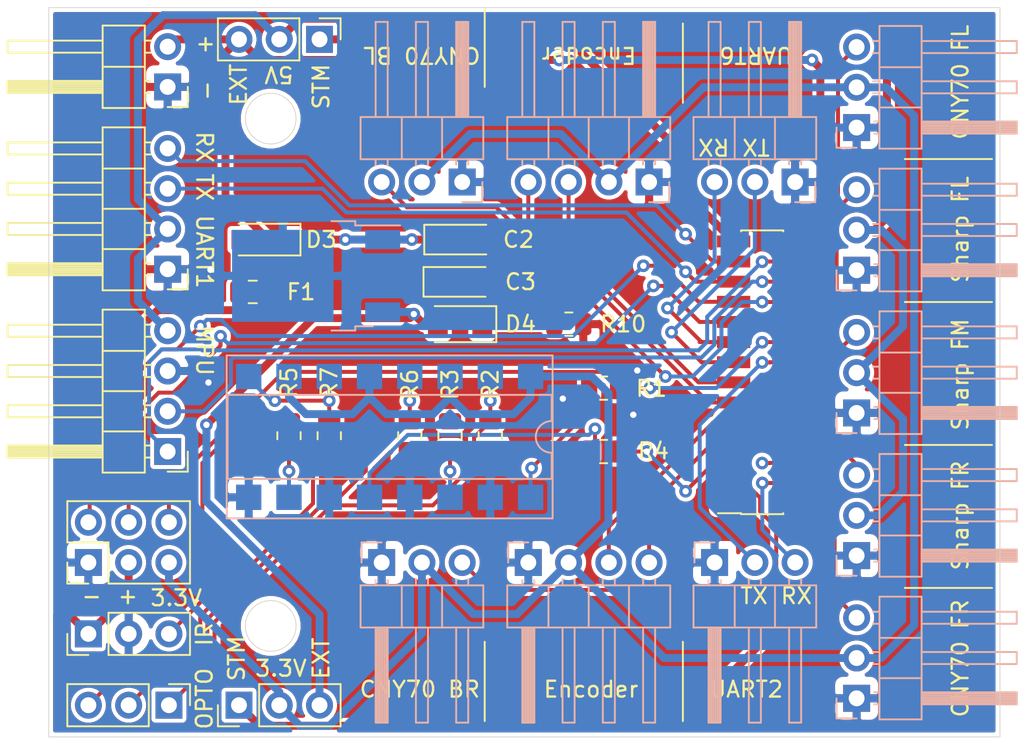
<source format=kicad_pcb>
(kicad_pcb (version 20171130) (host pcbnew "(5.1.8)-1")
  (layers (0 F.Cu signal) (31 B.Cu signal) (34 B.Paste user hide) (35 F.Paste user hide) (36 B.SilkS user hide) (37 F.SilkS user) (38 B.Mask user hide) (39 F.Mask user hide) (44 Edge.Cuts user))
  (net 0 "")
  (net 1 GND)
  (net 2 PA1)
  (net 3 PB0)
  (net 4 PC3)
  (net 5 PC2)
  (net 6 PC6)
  (net 7 PB1)
  (net 8 PB15)
  (net 9 PB14)
  (net 10 PB13)
  (net 11 PA3)
  (net 12 PA2)
  (net 13 PA10)
  (net 14 PB10)
  (net 15 PA9)
  (net 16 PC7)
  (net 17 PA7)
  (net 18 PA6)
  (net 19 +3V3)
  (net 20 PB9)
  (net 21 PB8)
  (net 22 "Net-(R1-Pad1)")
  (net 23 "Net-(R3-Pad1)")
  (net 24 "Net-(R4-Pad1)")
  (net 25 "Net-(R5-Pad1)")
  (net 26 PC13)
  (net 27 "Net-(J14-Pad3)")
  (net 28 "Net-(J16-Pad3)")
  (net 29 "Net-(J16-Pad2)")
  (net 30 "Net-(J16-Pad1)")
  (net 31 VPP)
  (net 32 "Net-(C2-Pad1)")
  (net 33 "Net-(D3-Pad2)")
  (net 34 "Net-(D4-Pad1)")
  (net 35 PC5)
  (net 36 PC4)
  (net 37 PB2)
  (net 38 3.3V_1A)
  (net 39 +5V)
  (net 40 3.3V_STM)
  (net 41 5V_STM)
  (net 42 PC9)
  (net 43 PC8)
  (module Connector_PinHeader_2.54mm:PinHeader_1x04_P2.54mm_Horizontal (layer F.Cu) (at 77.5 105 180)
    (fp_text reference J17 hide)
    (fp_text value "MPU6050 I2C")
    (pad 4 thru_hole oval (at 0 7.62 180) (size 1.7 1.7) (drill 1) (layers *.Cu *.Mask) (net 39 +5V))
    (pad 3 thru_hole oval (at 0 5.08 180) (size 1.7 1.7) (drill 1) (layers *.Cu *.Mask) (net 1 GND))
    (pad 2 thru_hole oval (at 0 2.54 180) (size 1.7 1.7) (drill 1) (layers *.Cu *.Mask) (net 21 PB8))
    (pad 1 thru_hole rect (at 0 0 180) (size 1.7 1.7) (drill 1) (layers *.Cu *.Mask) (net 20 PB9))
  )
  (module Connector_PinHeader_2.54mm:PinHeader_1x04_P2.54mm_Horizontal (layer F.Cu) (at 77.5 93.5 180)
    (fp_text reference J15 hide)
    (fp_text value Bluetooth)
    (pad 4 thru_hole oval (at 0 7.62 180) (size 1.7 1.7) (drill 1) (layers *.Cu *.Mask) (net 13 PA10))
    (pad 3 thru_hole oval (at 0 5.08 180) (size 1.7 1.7) (drill 1) (layers *.Cu *.Mask) (net 15 PA9))
    (pad 2 thru_hole oval (at 0 2.54 180) (size 1.7 1.7) (drill 1) (layers *.Cu *.Mask) (net 39 +5V))
    (pad 1 thru_hole rect (at 0 0 180) (size 1.7 1.7) (drill 1) (layers *.Cu *.Mask) (net 1 GND))
  )
  (module Connector_PinHeader_2.54mm:PinHeader_1x03_P2.54mm_Vertical (layer F.Cu) (at 72.5 116.5 90)
    (fp_text reference J14 hide)
    (fp_text value "IR Module")
    (pad 3 thru_hole oval (at 0 5.08 90) (size 1.7 1.7) (drill 1) (layers *.Cu *.Mask) (net 27 "Net-(J14-Pad3)"))
    (pad 2 thru_hole oval (at 0 2.54 90) (size 1.7 1.7) (drill 1) (layers *.Cu *.Mask) (net 1 GND))
    (pad 1 thru_hole rect (at 0 0 90) (size 1.7 1.7) (drill 1) (layers *.Cu *.Mask) (net 31 VPP))
  )
  (module Connector_PinSocket_1.27mm:PinSocket_2x14_P1.27mm_Vertical_SMD (layer F.Cu) (at 115 100 180)
    (fp_text reference J13 hide)
    (fp_text value Conn_02x14_Odd_Even)
    (pad 28 smd rect (at -1.8 8.255 180) (size 2.1 0.75) (layers F.Cu F.Paste F.Mask) (net 31 VPP))
    (pad 27 smd rect (at 1.8 8.255 180) (size 2.1 0.75) (layers F.Cu F.Paste F.Mask) (net 41 5V_STM))
    (pad 26 smd rect (at -1.8 6.985 180) (size 2.1 0.75) (layers F.Cu F.Paste F.Mask) (net 20 PB9))
    (pad 25 smd rect (at 1.8 6.985 180) (size 2.1 0.75) (layers F.Cu F.Paste F.Mask) (net 13 PA10))
    (pad 24 smd rect (at -1.8 5.715 180) (size 2.1 0.75) (layers F.Cu F.Paste F.Mask) (net 21 PB8))
    (pad 23 smd rect (at 1.8 5.715 180) (size 2.1 0.75) (layers F.Cu F.Paste F.Mask) (net 15 PA9))
    (pad 22 smd rect (at -1.8 4.445 180) (size 2.1 0.75) (layers F.Cu F.Paste F.Mask) (net 5 PC2))
    (pad 21 smd rect (at 1.8 4.445 180) (size 2.1 0.75) (layers F.Cu F.Paste F.Mask) (net 42 PC9))
    (pad 20 smd rect (at -1.8 3.175 180) (size 2.1 0.75) (layers F.Cu F.Paste F.Mask) (net 4 PC3))
    (pad 19 smd rect (at 1.8 3.175 180) (size 2.1 0.75) (layers F.Cu F.Paste F.Mask) (net 43 PC8))
    (pad 18 smd rect (at -1.8 1.905 180) (size 2.1 0.75) (layers F.Cu F.Paste F.Mask) (net 2 PA1))
    (pad 17 smd rect (at 1.8 1.905 180) (size 2.1 0.75) (layers F.Cu F.Paste F.Mask) (net 16 PC7))
    (pad 16 smd rect (at -1.8 0.635 180) (size 2.1 0.75) (layers F.Cu F.Paste F.Mask) (net 12 PA2))
    (pad 15 smd rect (at 1.8 0.635 180) (size 2.1 0.75) (layers F.Cu F.Paste F.Mask) (net 6 PC6))
    (pad 14 smd rect (at -1.8 -0.635 180) (size 2.1 0.75) (layers F.Cu F.Paste F.Mask) (net 3 PB0))
    (pad 13 smd rect (at 1.8 -0.635 180) (size 2.1 0.75) (layers F.Cu F.Paste F.Mask) (net 8 PB15))
    (pad 12 smd rect (at -1.8 -1.905 180) (size 2.1 0.75) (layers F.Cu F.Paste F.Mask) (net 35 PC5))
    (pad 11 smd rect (at 1.8 -1.905 180) (size 2.1 0.75) (layers F.Cu F.Paste F.Mask) (net 9 PB14))
    (pad 10 smd rect (at -1.8 -3.175 180) (size 2.1 0.75) (layers F.Cu F.Paste F.Mask) (net 36 PC4))
    (pad 9 smd rect (at 1.8 -3.175 180) (size 2.1 0.75) (layers F.Cu F.Paste F.Mask) (net 10 PB13))
    (pad 8 smd rect (at -1.8 -4.445 180) (size 2.1 0.75) (layers F.Cu F.Paste F.Mask) (net 17 PA7))
    (pad 7 smd rect (at 1.8 -4.445 180) (size 2.1 0.75) (layers F.Cu F.Paste F.Mask) (net 14 PB10))
    (pad 6 smd rect (at -1.8 -5.715 180) (size 2.1 0.75) (layers F.Cu F.Paste F.Mask) (net 18 PA6))
    (pad 5 smd rect (at 1.8 -5.715 180) (size 2.1 0.75) (layers F.Cu F.Paste F.Mask) (net 37 PB2))
    (pad 4 smd rect (at -1.8 -6.985 180) (size 2.1 0.75) (layers F.Cu F.Paste F.Mask) (net 11 PA3))
    (pad 3 smd rect (at 1.8 -6.985 180) (size 2.1 0.75) (layers F.Cu F.Paste F.Mask) (net 7 PB1))
    (pad 2 smd rect (at -1.8 -8.255 180) (size 2.1 0.75) (layers F.Cu F.Paste F.Mask) (net 40 3.3V_STM))
    (pad 1 smd rect (at 1.8 -8.255 180) (size 2.1 0.75) (layers F.Cu F.Paste F.Mask) (net 1 GND))
  )
  (module Package_DIP:DIP-16_W7.62mm_SMDSocket_SmallPads (layer B.Cu) (at 91.5035 104.0765 90)
    (fp_text reference U2 hide)
    (fp_text value LTV-847)
    (pad 16 smd rect (at 3.81 8.89 90) (size 1.6 1.6) (layers B.Cu B.Paste B.Mask) (net 19 +3V3))
    (pad 8 smd rect (at -3.81 -8.89 90) (size 1.6 1.6) (layers B.Cu B.Paste B.Mask) (net 1 GND))
    (pad 15 smd rect (at 3.81 6.35 90) (size 1.6 1.6) (layers B.Cu B.Paste B.Mask) (net 30 "Net-(J16-Pad1)"))
    (pad 7 smd rect (at -3.81 -6.35 90) (size 1.6 1.6) (layers B.Cu B.Paste B.Mask) (net 25 "Net-(R5-Pad1)"))
    (pad 14 smd rect (at 3.81 3.81 90) (size 1.6 1.6) (layers B.Cu B.Paste B.Mask) (net 19 +3V3))
    (pad 6 smd rect (at -3.81 -3.81 90) (size 1.6 1.6) (layers B.Cu B.Paste B.Mask) (net 1 GND))
    (pad 13 smd rect (at 3.81 1.27 90) (size 1.6 1.6) (layers B.Cu B.Paste B.Mask) (net 29 "Net-(J16-Pad2)"))
    (pad 5 smd rect (at -3.81 -1.27 90) (size 1.6 1.6) (layers B.Cu B.Paste B.Mask) (net 24 "Net-(R4-Pad1)"))
    (pad 12 smd rect (at 3.81 -1.27 90) (size 1.6 1.6) (layers B.Cu B.Paste B.Mask) (net 19 +3V3))
    (pad 4 smd rect (at -3.81 1.27 90) (size 1.6 1.6) (layers B.Cu B.Paste B.Mask) (net 1 GND))
    (pad 11 smd rect (at 3.81 -3.81 90) (size 1.6 1.6) (layers B.Cu B.Paste B.Mask) (net 28 "Net-(J16-Pad3)"))
    (pad 3 smd rect (at -3.81 3.81 90) (size 1.6 1.6) (layers B.Cu B.Paste B.Mask) (net 23 "Net-(R3-Pad1)"))
    (pad 10 smd rect (at 3.81 -6.35 90) (size 1.6 1.6) (layers B.Cu B.Paste B.Mask) (net 19 +3V3))
    (pad 2 smd rect (at -3.81 6.35 90) (size 1.6 1.6) (layers B.Cu B.Paste B.Mask) (net 1 GND))
    (pad 9 smd rect (at 3.81 -8.89 90) (size 1.6 1.6) (layers B.Cu B.Paste B.Mask) (net 28 "Net-(J16-Pad3)"))
    (pad 1 smd rect (at -3.81 8.89 90) (size 1.6 1.6) (layers B.Cu B.Paste B.Mask) (net 22 "Net-(R1-Pad1)"))
  )
  (module Package_TO_SOT_SMD:TO-252-2 (layer B.Cu) (at 86.8635 93.9165 180)
    (fp_text reference U1 hide)
    (fp_text value LF33_TO252)
    (pad 2 smd rect (at 2.1 0 180) (size 6.4 5.8) (layers B.Cu B.Mask) (net 1 GND))
    (pad 3 smd rect (at -4.2 -2.28 180) (size 2.2 1.2) (layers B.Cu B.Paste B.Mask) (net 38 3.3V_1A))
    (pad 1 smd rect (at -4.2 2.28 180) (size 2.2 1.2) (layers B.Cu B.Paste B.Mask) (net 32 "Net-(C2-Pad1)"))
  )
  (module Resistor_SMD:R_0805_2012Metric (layer F.Cu) (at 102.8065 96.9645 180)
    (fp_text reference R10 (at -3.429 0) (layer F.SilkS))
    (fp_text value RLed)
    (pad 2 smd roundrect (at 0.9125 0 180) (size 1.025 1.4) (layers F.Cu F.Paste F.Mask) (roundrect_rratio 0.2439004878048781) (net 34 "Net-(D4-Pad1)"))
    (pad 1 smd roundrect (at -0.9125 0 180) (size 1.025 1.4) (layers F.Cu F.Paste F.Mask) (roundrect_rratio 0.2439004878048781) (net 1 GND))
  )
  (module Resistor_SMD:R_0805_2012Metric (layer F.Cu) (at 87.6935 104 270)
    (fp_text reference R7 (at -3.3525 0 90) (layer F.SilkS))
    (fp_text value 10K)
    (pad 2 smd roundrect (at 0.9125 0 270) (size 1.025 1.4) (layers F.Cu F.Paste F.Mask) (roundrect_rratio 0.2439004878048781) (net 1 GND))
    (pad 1 smd roundrect (at -0.9125 0 270) (size 1.025 1.4) (layers F.Cu F.Paste F.Mask) (roundrect_rratio 0.2439004878048781) (net 28 "Net-(J16-Pad3)"))
  )
  (module Resistor_SMD:R_0805_2012Metric (layer F.Cu) (at 92.7735 104 270)
    (fp_text reference R6 (at -3.2255 0 90) (layer F.SilkS))
    (fp_text value 10K)
    (pad 2 smd roundrect (at 0.9125 0 270) (size 1.025 1.4) (layers F.Cu F.Paste F.Mask) (roundrect_rratio 0.2439004878048781) (net 1 GND))
    (pad 1 smd roundrect (at -0.9125 0 270) (size 1.025 1.4) (layers F.Cu F.Paste F.Mask) (roundrect_rratio 0.2439004878048781) (net 29 "Net-(J16-Pad2)"))
  )
  (module Resistor_SMD:R_0805_2012Metric (layer F.Cu) (at 85.1535 104 90)
    (fp_text reference R5 (at 3.3525 0 90) (layer F.SilkS))
    (fp_text value 330R)
    (pad 2 smd roundrect (at 0.9125 0 90) (size 1.025 1.4) (layers F.Cu F.Paste F.Mask) (roundrect_rratio 0.2439004878048781) (net 27 "Net-(J14-Pad3)"))
    (pad 1 smd roundrect (at -0.9125 0 90) (size 1.025 1.4) (layers F.Cu F.Paste F.Mask) (roundrect_rratio 0.2439004878048781) (net 25 "Net-(R5-Pad1)"))
  )
  (module Resistor_SMD:R_0805_2012Metric (layer F.Cu) (at 105 105)
    (fp_text reference R4 (at 3.1405 -0.0345) (layer F.SilkS))
    (fp_text value 330R)
    (pad 2 smd roundrect (at 0.9125 0) (size 1.025 1.4) (layers F.Cu F.Paste F.Mask) (roundrect_rratio 0.2439004878048781) (net 37 PB2))
    (pad 1 smd roundrect (at -0.9125 0) (size 1.025 1.4) (layers F.Cu F.Paste F.Mask) (roundrect_rratio 0.2439004878048781) (net 24 "Net-(R4-Pad1)"))
  )
  (module Resistor_SMD:R_0805_2012Metric (layer F.Cu) (at 95.3135 104 90)
    (fp_text reference R3 (at 3.2255 0 90) (layer F.SilkS))
    (fp_text value 330R)
    (pad 2 smd roundrect (at 0.9125 0 90) (size 1.025 1.4) (layers F.Cu F.Paste F.Mask) (roundrect_rratio 0.2439004878048781) (net 26 PC13))
    (pad 1 smd roundrect (at -0.9125 0 90) (size 1.025 1.4) (layers F.Cu F.Paste F.Mask) (roundrect_rratio 0.2439004878048781) (net 23 "Net-(R3-Pad1)"))
  )
  (module Resistor_SMD:R_0805_2012Metric (layer F.Cu) (at 97.8535 104 270)
    (fp_text reference R2 (at -3.2255 0 90) (layer F.SilkS))
    (fp_text value 10K)
    (pad 2 smd roundrect (at 0.9125 0 270) (size 1.025 1.4) (layers F.Cu F.Paste F.Mask) (roundrect_rratio 0.2439004878048781) (net 1 GND))
    (pad 1 smd roundrect (at -0.9125 0 270) (size 1.025 1.4) (layers F.Cu F.Paste F.Mask) (roundrect_rratio 0.2439004878048781) (net 30 "Net-(J16-Pad1)"))
  )
  (module Resistor_SMD:R_0805_2012Metric (layer F.Cu) (at 105 101)
    (fp_text reference R1 (at 3.0135 0.0285) (layer F.SilkS))
    (fp_text value 330R)
    (pad 2 smd roundrect (at 0.9125 0) (size 1.025 1.4) (layers F.Cu F.Paste F.Mask) (roundrect_rratio 0.2439004878048781) (net 2 PA1))
    (pad 1 smd roundrect (at -0.9125 0) (size 1.025 1.4) (layers F.Cu F.Paste F.Mask) (roundrect_rratio 0.2439004878048781) (net 22 "Net-(R1-Pad1)"))
  )
  (module Connector_PinHeader_2.54mm:PinHeader_1x02_P2.54mm_Horizontal (layer F.Cu) (at 77.5 82 180)
    (fp_text reference J20 hide)
    (fp_text value Conn_01x02)
    (pad 2 thru_hole oval (at 0 2.54 180) (size 1.7 1.7) (drill 1) (layers *.Cu *.Mask) (net 31 VPP))
    (pad 1 thru_hole rect (at 0 0 180) (size 1.7 1.7) (drill 1) (layers *.Cu *.Mask) (net 1 GND))
  )
  (module Connector_PinHeader_2.54mm:PinHeader_1x03_P2.54mm_Vertical (layer F.Cu) (at 87.08 79 270)
    (fp_text reference J19 hide)
    (fp_text value Conn_01x03)
    (pad 3 thru_hole oval (at 0 5.08 270) (size 1.7 1.7) (drill 1) (layers *.Cu *.Mask) (net 31 VPP))
    (pad 2 thru_hole oval (at 0 2.54 270) (size 1.7 1.7) (drill 1) (layers *.Cu *.Mask) (net 39 +5V))
    (pad 1 thru_hole rect (at 0 0 270) (size 1.7 1.7) (drill 1) (layers *.Cu *.Mask) (net 41 5V_STM))
  )
  (module Connector_PinHeader_2.54mm:PinHeader_1x03_P2.54mm_Vertical (layer F.Cu) (at 82 121 90)
    (fp_text reference J18 hide)
    (fp_text value Conn_01x03)
    (pad 3 thru_hole oval (at 0 5.08 90) (size 1.7 1.7) (drill 1) (layers *.Cu *.Mask) (net 38 3.3V_1A))
    (pad 2 thru_hole oval (at 0 2.54 90) (size 1.7 1.7) (drill 1) (layers *.Cu *.Mask) (net 19 +3V3))
    (pad 1 thru_hole rect (at 0 0 90) (size 1.7 1.7) (drill 1) (layers *.Cu *.Mask) (net 40 3.3V_STM))
  )
  (module Connector_PinHeader_2.54mm:PinHeader_1x03_P2.54mm_Vertical (layer F.Cu) (at 77.58 121 270)
    (fp_text reference J16 hide)
    (fp_text value "Optocoupler Out")
    (pad 3 thru_hole oval (at 0 5.08 270) (size 1.7 1.7) (drill 1) (layers *.Cu *.Mask) (net 28 "Net-(J16-Pad3)"))
    (pad 2 thru_hole oval (at 0 2.54 270) (size 1.7 1.7) (drill 1) (layers *.Cu *.Mask) (net 29 "Net-(J16-Pad2)"))
    (pad 1 thru_hole rect (at 0 0 270) (size 1.7 1.7) (drill 1) (layers *.Cu *.Mask) (net 30 "Net-(J16-Pad1)"))
  )
  (module Connector_PinHeader_2.54mm:PinHeader_2x03_P2.54mm_Vertical (layer F.Cu) (at 72.5 112 90)
    (fp_text reference J12 hide)
    (fp_text value "Extra Pins")
    (pad 6 thru_hole oval (at 2.54 5.08 90) (size 1.7 1.7) (drill 1) (layers *.Cu *.Mask) (net 2 PA1))
    (pad 5 thru_hole oval (at 0 5.08 90) (size 1.7 1.7) (drill 1) (layers *.Cu *.Mask) (net 19 +3V3))
    (pad 4 thru_hole oval (at 2.54 2.54 90) (size 1.7 1.7) (drill 1) (layers *.Cu *.Mask) (net 43 PC8))
    (pad 3 thru_hole oval (at 0 2.54 90) (size 1.7 1.7) (drill 1) (layers *.Cu *.Mask) (net 31 VPP))
    (pad 2 thru_hole oval (at 2.54 0 90) (size 1.7 1.7) (drill 1) (layers *.Cu *.Mask) (net 42 PC9))
    (pad 1 thru_hole rect (at 0 0 90) (size 1.7 1.7) (drill 1) (layers *.Cu *.Mask) (net 1 GND))
  )
  (module Connector_PinHeader_2.54mm:PinHeader_1x04_P2.54mm_Horizontal (layer B.Cu) (at 107.87 88 90)
    (fp_text reference J11 hide)
    (fp_text value "Left Encoder")
    (pad 4 thru_hole oval (at 0 -7.62 90) (size 1.7 1.7) (drill 1) (layers *.Cu *.Mask) (net 9 PB14))
    (pad 3 thru_hole oval (at 0 -5.08 90) (size 1.7 1.7) (drill 1) (layers *.Cu *.Mask) (net 8 PB15))
    (pad 2 thru_hole oval (at 0 -2.54 90) (size 1.7 1.7) (drill 1) (layers *.Cu *.Mask) (net 19 +3V3))
    (pad 1 thru_hole rect (at 0 0 90) (size 1.7 1.7) (drill 1) (layers *.Cu *.Mask) (net 1 GND))
  )
  (module Connector_PinHeader_2.54mm:PinHeader_1x03_P2.54mm_Horizontal (layer B.Cu) (at 96.08 88 90)
    (fp_text reference J10 hide)
    (fp_text value "CNY70 BL")
    (pad 3 thru_hole oval (at 0 -5.08 90) (size 1.7 1.7) (drill 1) (layers *.Cu *.Mask) (net 5 PC2))
    (pad 2 thru_hole oval (at 0 -2.54 90) (size 1.7 1.7) (drill 1) (layers *.Cu *.Mask) (net 19 +3V3))
    (pad 1 thru_hole rect (at 0 0 90) (size 1.7 1.7) (drill 1) (layers *.Cu *.Mask) (net 1 GND))
  )
  (module Connector_PinHeader_2.54mm:PinHeader_1x03_P2.54mm_Horizontal (layer B.Cu) (at 91 112 270)
    (fp_text reference J9 hide)
    (fp_text value "CNY70 BR")
    (pad 3 thru_hole oval (at 0 -5.08 270) (size 1.7 1.7) (drill 1) (layers *.Cu *.Mask) (net 7 PB1))
    (pad 2 thru_hole oval (at 0 -2.54 270) (size 1.7 1.7) (drill 1) (layers *.Cu *.Mask) (net 19 +3V3))
    (pad 1 thru_hole rect (at 0 0 270) (size 1.7 1.7) (drill 1) (layers *.Cu *.Mask) (net 1 GND))
  )
  (module Connector_PinHeader_2.54mm:PinHeader_1x04_P2.54mm_Horizontal (layer B.Cu) (at 100.25 112 270)
    (fp_text reference J8 hide)
    (fp_text value "Right Encoder")
    (pad 4 thru_hole oval (at 0 -7.62 270) (size 1.7 1.7) (drill 1) (layers *.Cu *.Mask) (net 14 PB10))
    (pad 3 thru_hole oval (at 0 -5.08 270) (size 1.7 1.7) (drill 1) (layers *.Cu *.Mask) (net 10 PB13))
    (pad 2 thru_hole oval (at 0 -2.54 270) (size 1.7 1.7) (drill 1) (layers *.Cu *.Mask) (net 19 +3V3))
    (pad 1 thru_hole rect (at 0 0 270) (size 1.7 1.7) (drill 1) (layers *.Cu *.Mask) (net 1 GND))
  )
  (module Connector_PinHeader_2.54mm:PinHeader_1x03_P2.54mm_Horizontal (layer B.Cu) (at 117.08 88 90)
    (fp_text reference J7 hide)
    (fp_text value "Left Driver")
    (pad 3 thru_hole oval (at 0 -5.08 90) (size 1.7 1.7) (drill 1) (layers *.Cu *.Mask) (net 16 PC7))
    (pad 2 thru_hole oval (at 0 -2.54 90) (size 1.7 1.7) (drill 1) (layers *.Cu *.Mask) (net 6 PC6))
    (pad 1 thru_hole rect (at 0 0 90) (size 1.7 1.7) (drill 1) (layers *.Cu *.Mask) (net 1 GND))
  )
  (module Connector_PinHeader_2.54mm:PinHeader_1x03_P2.54mm_Horizontal (layer B.Cu) (at 112 112 270)
    (fp_text reference J6 hide)
    (fp_text value "Right Driver")
    (pad 3 thru_hole oval (at 0 -5.08 270) (size 1.7 1.7) (drill 1) (layers *.Cu *.Mask) (net 11 PA3))
    (pad 2 thru_hole oval (at 0 -2.54 270) (size 1.7 1.7) (drill 1) (layers *.Cu *.Mask) (net 12 PA2))
    (pad 1 thru_hole rect (at 0 0 270) (size 1.7 1.7) (drill 1) (layers *.Cu *.Mask) (net 1 GND))
  )
  (module Connector_PinHeader_2.54mm:PinHeader_1x03_P2.54mm_Horizontal (layer B.Cu) (at 120.96 111.565)
    (fp_text reference J5 hide)
    (fp_text value "Sharp FR")
    (pad 3 thru_hole oval (at 0 -5.08) (size 1.7 1.7) (drill 1) (layers *.Cu *.Mask) (net 36 PC4))
    (pad 2 thru_hole oval (at 0 -2.54) (size 1.7 1.7) (drill 1) (layers *.Cu *.Mask) (net 39 +5V))
    (pad 1 thru_hole rect (at 0 0) (size 1.7 1.7) (drill 1) (layers *.Cu *.Mask) (net 1 GND))
  )
  (module Connector_PinHeader_2.54mm:PinHeader_1x03_P2.54mm_Horizontal (layer B.Cu) (at 120.96 102.565)
    (fp_text reference J4 hide)
    (fp_text value "Sharp FM")
    (pad 3 thru_hole oval (at 0 -5.08) (size 1.7 1.7) (drill 1) (layers *.Cu *.Mask) (net 35 PC5))
    (pad 2 thru_hole oval (at 0 -2.54) (size 1.7 1.7) (drill 1) (layers *.Cu *.Mask) (net 39 +5V))
    (pad 1 thru_hole rect (at 0 0) (size 1.7 1.7) (drill 1) (layers *.Cu *.Mask) (net 1 GND))
  )
  (module Connector_PinHeader_2.54mm:PinHeader_1x03_P2.54mm_Horizontal (layer B.Cu) (at 120.96 93.565)
    (fp_text reference J3 hide)
    (fp_text value "Sharp FL")
    (pad 3 thru_hole oval (at 0 -5.08) (size 1.7 1.7) (drill 1) (layers *.Cu *.Mask) (net 3 PB0))
    (pad 2 thru_hole oval (at 0 -2.54) (size 1.7 1.7) (drill 1) (layers *.Cu *.Mask) (net 39 +5V))
    (pad 1 thru_hole rect (at 0 0) (size 1.7 1.7) (drill 1) (layers *.Cu *.Mask) (net 1 GND))
  )
  (module Connector_PinHeader_2.54mm:PinHeader_1x03_P2.54mm_Horizontal (layer B.Cu) (at 120.96 84.565)
    (fp_text reference J2 hide)
    (fp_text value "CNY70 FL")
    (pad 3 thru_hole oval (at 0 -5.08) (size 1.7 1.7) (drill 1) (layers *.Cu *.Mask) (net 4 PC3))
    (pad 2 thru_hole oval (at 0 -2.54) (size 1.7 1.7) (drill 1) (layers *.Cu *.Mask) (net 19 +3V3))
    (pad 1 thru_hole rect (at 0 0) (size 1.7 1.7) (drill 1) (layers *.Cu *.Mask) (net 1 GND))
  )
  (module Connector_PinHeader_2.54mm:PinHeader_1x03_P2.54mm_Horizontal (layer B.Cu) (at 120.96 120.565)
    (fp_text reference J1 hide)
    (fp_text value "CNY70 FR")
    (pad 3 thru_hole oval (at 0 -5.08) (size 1.7 1.7) (drill 1) (layers *.Cu *.Mask) (net 17 PA7))
    (pad 2 thru_hole oval (at 0 -2.54) (size 1.7 1.7) (drill 1) (layers *.Cu *.Mask) (net 19 +3V3))
    (pad 1 thru_hole rect (at 0 0) (size 1.7 1.7) (drill 1) (layers *.Cu *.Mask) (net 1 GND))
  )
  (module Fuse:Fuse_0805_2012Metric (layer F.Cu) (at 82.8675 94.9325 180)
    (fp_text reference F1 (at -3.048 0) (layer F.SilkS))
    (fp_text value Fuse)
    (pad 2 smd roundrect (at 0.9375 0 180) (size 0.975 1.4) (layers F.Cu F.Paste F.Mask) (net 33 "Net-(D3-Pad2)"))
    (pad 1 smd roundrect (at -0.9375 0 180) (size 0.975 1.4) (layers F.Cu F.Paste F.Mask) (net 31 VPP))
  )
  (module LED_SMD:LED_1206_3216Metric (layer F.Cu) (at 95.9455 96.9645 180)
    (fp_text reference D4 (at -3.813 0) (layer F.SilkS))
    (fp_text value Power_On)
    (pad 2 smd roundrect (at 1.4 0 180) (size 1.25 1.75) (layers F.Cu F.Paste F.Mask) (roundrect_rratio 0.2) (net 38 3.3V_1A))
    (pad 1 smd roundrect (at -1.4 0 180) (size 1.25 1.75) (layers F.Cu F.Paste F.Mask) (roundrect_rratio 0.2) (net 34 "Net-(D4-Pad1)"))
  )
  (module Diode_SMD:D_SOD-123 (layer F.Cu) (at 83.6285 91.6305 180)
    (fp_text reference D3 (at -3.557 0) (layer F.SilkS))
    (fp_text value Schottky)
    (pad 2 smd rect (at 1.65 0 180) (size 0.9 1.2) (layers F.Cu F.Paste F.Mask) (net 33 "Net-(D3-Pad2)"))
    (pad 1 smd rect (at -1.65 0 180) (size 0.9 1.2) (layers F.Cu F.Paste F.Mask) (net 32 "Net-(C2-Pad1)"))
  )
  (module Capacitor_Tantalum_SMD:CP_EIA-3216-18_Kemet-A (layer F.Cu) (at 95.9485 94.2975)
    (fp_text reference C3 (at 3.81 0) (layer F.SilkS))
    (fp_text value 10uf)
    (pad 2 smd roundrect (at 1.35 0) (size 1.4 1.35) (layers F.Cu F.Paste F.Mask) (roundrect_rratio 0.1851844444444445) (net 1 GND))
    (pad 1 smd roundrect (at -1.35 0) (size 1.4 1.35) (layers F.Cu F.Paste F.Mask) (roundrect_rratio 0.1851844444444445) (net 38 3.3V_1A))
  )
  (module Capacitor_Tantalum_SMD:CP_EIA-3216-18_Kemet-A (layer F.Cu) (at 95.9955 91.6305)
    (fp_text reference C2 (at 3.636 0) (layer F.SilkS))
    (fp_text value 10uf)
    (pad 2 smd roundrect (at 1.35 0) (size 1.4 1.35) (layers F.Cu F.Paste F.Mask) (roundrect_rratio 0.1851844444444445) (net 1 GND))
    (pad 1 smd roundrect (at -1.35 0) (size 1.4 1.35) (layers F.Cu F.Paste F.Mask) (roundrect_rratio 0.1851844444444445) (net 32 "Net-(C2-Pad1)"))
  )
  (gr_text - (at 72.7075 114.1095) (layer F.SilkS) (effects (font (size 1 1))))
  (gr_text + (at 74.9935 114.1095) (layer F.SilkS) (effects (font (size 1 1))))
  (gr_text 3.3V (at 78.0415 114.2365) (layer F.SilkS) (effects (font (size 1 1))))
  (gr_text TX (at 114.6175 85.7885 180) (layer F.SilkS) (effects (font (size 1 1))))
  (gr_text OPTO (at 79.8195 120.5865 90) (layer F.SilkS) (effects (font (size 1 1))))
  (gr_text IR (at 79.8195 116.5225 90) (layer F.SilkS) (effects (font (size 1 1))))
  (gr_text + (at 79.8195 79.3115 90) (layer F.SilkS) (effects (font (size 1 1))))
  (gr_text - (at 79.9465 82.2325 90) (layer F.SilkS) (effects (font (size 1 1))))
  (gr_text EXT (at 81.9785 81.8515 90) (layer F.SilkS) (effects (font (size 1 1))))
  (gr_text STM (at 87.1855 81.9785 90) (layer F.SilkS) (effects (font (size 1 1))))
  (gr_text 5V (at 84.5185 81.2165 180) (layer F.SilkS) (effects (font (size 1 1))))
  (gr_text EXT (at 87.1855 118.0465 90) (layer F.SilkS) (effects (font (size 1 1))))
  (gr_text STM (at 81.8515 118.0465 90) (layer F.SilkS) (effects (font (size 1 1))))
  (gr_text 3.3V (at 84.6455 118.6815) (layer F.SilkS) (effects (font (size 1 1))))
  (gr_text MPU (at 79.8195 98.6155 270) (layer F.SilkS) (effects (font (size 1 1))))
  (gr_text TX (at 79.8195 88.3285 270) (layer F.SilkS) (effects (font (size 1 1))))
  (gr_text RX (at 79.8195 85.7885 270) (layer F.SilkS) (effects (font (size 1 1))))
  (gr_text UART1 (at 79.8195 92.3925 270) (layer F.SilkS) (effects (font (size 1 1))))
  (gr_line (start 97.5 82) (end 97.5 77) (layer F.SilkS) (width 0.12))
  (gr_line (start 110 83) (end 110 78) (layer F.SilkS) (width 0.12))
  (gr_line (start 97.5 122) (end 97.5 117) (layer F.SilkS) (width 0.12))
  (gr_line (start 110 122) (end 110 117) (layer F.SilkS) (width 0.12))
  (gr_text "CNY70 BL" (at 93.5355 80 180) (layer F.SilkS) (effects (font (size 1 1))))
  (gr_text "CNY70 BR" (at 93.4085 120) (layer F.SilkS) (effects (font (size 1 1))))
  (gr_text Encoder (at 104.0765 80 180) (layer F.SilkS) (effects (font (size 1 1))))
  (gr_text Encoder (at 104.2035 120) (layer F.SilkS) (effects (font (size 1 1))))
  (gr_text RX (at 111.9505 85.7885 180) (layer F.SilkS) (effects (font (size 1 1))))
  (gr_text RX (at 117.1575 114.1095) (layer F.SilkS) (effects (font (size 1 1))))
  (gr_text TX (at 114.4905 114.1095) (layer F.SilkS) (effects (font (size 1 1))))
  (gr_text UART6 (at 114.6175 80 180) (layer F.SilkS) (effects (font (size 1 1))))
  (gr_text UART2 (at 114 120) (layer F.SilkS) (effects (font (size 1 1))))
  (gr_line (start 129.5 86.5505) (end 124 86.5505) (layer F.SilkS) (width 0.12))
  (gr_line (start 129.5 95.5675) (end 124 95.5675) (layer F.SilkS) (width 0.12))
  (gr_line (start 129.5 104.5845) (end 124 104.5845) (layer F.SilkS) (width 0.12))
  (gr_line (start 129.5 113.6015) (end 124 113.6015) (layer F.SilkS) (width 0.12))
  (gr_text "CNY70 FL" (at 127.5 81.7 90) (layer F.SilkS) (effects (font (size 1 1))))
  (gr_text "Sharp FL" (at 127.5 90.9955 90) (layer F.SilkS) (effects (font (size 1 1))))
  (gr_text "Sharp FM" (at 127.5 100.1395 90) (layer F.SilkS) (effects (font (size 1 1))))
  (gr_text "Sharp FR" (at 127.5 109.0295 90) (layer F.SilkS) (effects (font (size 1 1))))
  (gr_text "CNY70 FR" (at 127.5 118.0465 90) (layer F.SilkS) (effects (font (size 1 1))))
  (gr_circle (center 84 116) (end 85.6 116) (layer Edge.Cuts) (width 0.05))
  (gr_circle (center 84 84) (end 85.6 84) (layer Edge.Cuts) (width 0.05))
  (gr_line (start 130 77) (end 130 123) (layer Edge.Cuts) (width 0.05))
  (gr_line (start 70 77) (end 70 123) (layer Edge.Cuts) (width 0.05))
  (gr_line (start 70 77) (end 130 77) (layer Edge.Cuts) (width 0.05))
  (gr_line (start 70 123) (end 130 123) (layer Edge.Cuts) (width 0.05))
  (via (at 80.2005 93.5355) (size 0.8) (drill 0.4) (layers F.Cu B.Cu) (net 1))
  (via (at 80.0735 100.6475) (size 0.8) (drill 0.4) (layers F.Cu B.Cu) (net 1))
  (via (at 102.4255 101.6635) (size 0.8) (drill 0.4) (layers F.Cu B.Cu) (net 1))
  (via (at 107.1245 99.8855) (size 0.8) (drill 0.4) (layers F.Cu B.Cu) (net 1))
  (via (at 106.8705 102.6795) (size 0.8) (drill 0.4) (layers F.Cu B.Cu) (net 1))
  (segment (start 116.8 98.095) (end 115.265 98.095) (width 0.25) (layer F.Cu) (net 2))
  (segment (start 115.265 98.095) (end 115.138 98.095) (width 0.25) (layer F.Cu) (net 2))
  (via (at 114.9985 98.1075) (size 0.8) (drill 0.4) (layers F.Cu B.Cu) (net 2))
  (segment (start 112.114499 100.991501) (end 107.923499 100.991501) (width 0.25) (layer B.Cu) (net 2))
  (segment (start 114.9985 98.1075) (end 112.114499 100.991501) (width 0.25) (layer B.Cu) (net 2))
  (via (at 107.923499 100.991501) (size 0.8) (drill 0.4) (layers F.Cu B.Cu) (net 2))
  (segment (start 107.8865 101.0285) (end 107.923499 100.991501) (width 0.25) (layer F.Cu) (net 2))
  (segment (start 105.8545 101.0285) (end 107.8865 101.0285) (width 0.25) (layer F.Cu) (net 2))
  (segment (start 104.88749 99.97499) (end 105.9125 101) (width 0.25) (layer F.Cu) (net 2))
  (segment (start 84.8086 99.97499) (end 104.88749 99.97499) (width 0.25) (layer F.Cu) (net 2))
  (segment (start 77.58 107.20359) (end 84.8086 99.97499) (width 0.25) (layer F.Cu) (net 2))
  (segment (start 77.58 109.46) (end 77.58 107.20359) (width 0.25) (layer F.Cu) (net 2))
  (segment (start 119.6975 89.7475) (end 120.96 88.485) (width 0.25) (layer F.Cu) (net 3))
  (segment (start 119.6975 95.9485) (end 119.6975 89.7475) (width 0.25) (layer F.Cu) (net 3))
  (segment (start 119.12049 96.52551) (end 119.6975 95.9485) (width 0.25) (layer F.Cu) (net 3))
  (segment (start 119.12049 100.324512) (end 119.12049 96.52551) (width 0.25) (layer F.Cu) (net 3))
  (segment (start 118.810002 100.635) (end 119.12049 100.324512) (width 0.25) (layer F.Cu) (net 3))
  (segment (start 116.8 100.635) (end 118.810002 100.635) (width 0.25) (layer F.Cu) (net 3))
  (segment (start 119.784999 80.660001) (end 120.96 79.485) (width 0.25) (layer F.Cu) (net 4))
  (segment (start 119.784999 88.749001) (end 119.784999 80.660001) (width 0.25) (layer F.Cu) (net 4))
  (segment (start 119.24749 89.28651) (end 119.784999 88.749001) (width 0.25) (layer F.Cu) (net 4))
  (segment (start 119.24749 95.7621) (end 119.24749 89.28651) (width 0.25) (layer F.Cu) (net 4))
  (segment (start 118.18459 96.825) (end 119.24749 95.7621) (width 0.25) (layer F.Cu) (net 4))
  (segment (start 116.8 96.825) (end 118.18459 96.825) (width 0.25) (layer F.Cu) (net 4))
  (segment (start 116.662 95.555) (end 116.6495 95.5675) (width 0.25) (layer F.Cu) (net 5))
  (segment (start 116.8 95.555) (end 116.662 95.555) (width 0.25) (layer F.Cu) (net 5))
  (segment (start 116.6495 95.5675) (end 116.3955 95.5675) (width 0.25) (layer F.Cu) (net 5))
  (segment (start 116.3955 95.5675) (end 115.1255 95.5675) (width 0.25) (layer F.Cu) (net 5))
  (segment (start 115.1255 95.5675) (end 115.1255 95.5675) (width 0.25) (layer F.Cu) (net 5))
  (via (at 114.9985 95.5675) (size 0.8) (drill 0.4) (layers F.Cu B.Cu) (net 5))
  (segment (start 114.9985 95.5675) (end 113.73132 95.5675) (width 0.25) (layer B.Cu) (net 5))
  (segment (start 113.73132 95.5675) (end 112.43252 96.8663) (width 0.25) (layer B.Cu) (net 5))
  (segment (start 112.432519 98.447303) (end 110.613322 100.2665) (width 0.25) (layer B.Cu) (net 5))
  (segment (start 112.43252 96.8663) (end 112.432519 98.447303) (width 0.25) (layer B.Cu) (net 5))
  (segment (start 110.613322 100.2665) (end 109.4105 100.2665) (width 0.25) (layer B.Cu) (net 5))
  (segment (start 109.4105 100.2665) (end 108.9025 100.2665) (width 0.25) (layer B.Cu) (net 5))
  (segment (start 108.9025 100.2665) (end 108.9025 100.2665) (width 0.25) (layer B.Cu) (net 5))
  (via (at 108.9025 100.2665) (size 0.8) (drill 0.4) (layers F.Cu B.Cu) (net 5))
  (segment (start 92.5985 89.5985) (end 91 88) (width 0.25) (layer F.Cu) (net 5))
  (segment (start 98.2345 89.5985) (end 92.5985 89.5985) (width 0.25) (layer F.Cu) (net 5))
  (segment (start 108.9025 100.2665) (end 98.2345 89.5985) (width 0.25) (layer F.Cu) (net 5))
  (segment (start 113.2 99.365) (end 112.192 99.365) (width 0.25) (layer F.Cu) (net 6))
  (via (at 109.2835 97.4725) (size 0.8) (drill 0.4) (layers F.Cu B.Cu) (net 6))
  (segment (start 111.176 99.365) (end 113.2 99.365) (width 0.25) (layer F.Cu) (net 6))
  (segment (start 109.2835 97.4725) (end 111.176 99.365) (width 0.25) (layer F.Cu) (net 6))
  (segment (start 114.54 92.216) (end 114.54 88) (width 0.25) (layer B.Cu) (net 6))
  (segment (start 109.2835 97.4725) (end 114.54 92.216) (width 0.25) (layer B.Cu) (net 6))
  (segment (start 96.08 112) (end 97.8085 113.7285) (width 0.25) (layer F.Cu) (net 7))
  (segment (start 115.8875 109.7915) (end 114.8715 108.7755) (width 0.25) (layer F.Cu) (net 7))
  (segment (start 113.940002 106.985) (end 113.2 106.985) (width 0.25) (layer F.Cu) (net 7))
  (segment (start 114.8715 107.916498) (end 113.940002 106.985) (width 0.25) (layer F.Cu) (net 7))
  (segment (start 114.8715 108.7755) (end 114.8715 107.916498) (width 0.25) (layer F.Cu) (net 7))
  (segment (start 115.8875 112.8395) (end 114.9985 113.7285) (width 0.25) (layer F.Cu) (net 7))
  (segment (start 115.8875 109.7915) (end 115.8875 112.8395) (width 0.25) (layer F.Cu) (net 7))
  (segment (start 97.8085 113.7285) (end 114.9985 113.7285) (width 0.25) (layer F.Cu) (net 7))
  (segment (start 102.79 91.525) (end 102.79 88) (width 0.25) (layer F.Cu) (net 8))
  (segment (start 102.79 92.444588) (end 102.79 91.525) (width 0.25) (layer F.Cu) (net 8))
  (segment (start 110.980412 100.635) (end 102.79 92.444588) (width 0.25) (layer F.Cu) (net 8))
  (segment (start 113.2 100.635) (end 110.980412 100.635) (width 0.25) (layer F.Cu) (net 8))
  (segment (start 111.614002 101.905) (end 113.2 101.905) (width 0.25) (layer F.Cu) (net 9))
  (segment (start 100.25 90.540998) (end 111.614002 101.905) (width 0.25) (layer F.Cu) (net 9))
  (segment (start 100.25 88) (end 100.25 90.540998) (width 0.25) (layer F.Cu) (net 9))
  (segment (start 105.33 109.745) (end 105.33 112) (width 0.25) (layer F.Cu) (net 10))
  (segment (start 111.9 103.175) (end 105.33 109.745) (width 0.25) (layer F.Cu) (net 10))
  (segment (start 113.2 103.175) (end 111.9 103.175) (width 0.25) (layer F.Cu) (net 10))
  (segment (start 116.8 106.985) (end 115.011 106.985) (width 0.25) (layer F.Cu) (net 11))
  (segment (start 115.011 106.985) (end 115.011 106.985) (width 0.25) (layer F.Cu) (net 11))
  (via (at 115.011 106.985) (size 0.8) (drill 0.4) (layers F.Cu B.Cu) (net 11))
  (segment (start 115.011 109.931) (end 117.08 112) (width 0.25) (layer B.Cu) (net 11))
  (segment (start 115.011 106.985) (end 115.011 109.931) (width 0.25) (layer B.Cu) (net 11))
  (segment (start 115.5 99.365) (end 115.4875 99.3775) (width 0.25) (layer F.Cu) (net 12))
  (segment (start 116.8 99.365) (end 115.5 99.365) (width 0.25) (layer F.Cu) (net 12))
  (segment (start 115.4875 99.3775) (end 114.9985 99.3775) (width 0.25) (layer F.Cu) (net 12))
  (segment (start 114.9985 99.3775) (end 114.9985 99.3775) (width 0.25) (layer F.Cu) (net 12))
  (via (at 114.9985 99.3775) (size 0.8) (drill 0.4) (layers F.Cu B.Cu) (net 12))
  (segment (start 111.0615 108.5215) (end 114.54 112) (width 0.25) (layer B.Cu) (net 12))
  (segment (start 111.0615 103.3145) (end 114.9985 99.3775) (width 0.25) (layer B.Cu) (net 12))
  (segment (start 111.0615 108.5215) (end 111.0615 103.3145) (width 0.25) (layer B.Cu) (net 12))
  (segment (start 111.9 93.015) (end 110.1725 91.2875) (width 0.25) (layer F.Cu) (net 13))
  (segment (start 113.2 93.015) (end 111.9 93.015) (width 0.25) (layer F.Cu) (net 13))
  (segment (start 110.1725 91.2875) (end 110.1725 91.2875) (width 0.25) (layer F.Cu) (net 13))
  (via (at 110.1725 91.2875) (size 0.8) (drill 0.4) (layers F.Cu B.Cu) (net 13))
  (segment (start 110.1725 91.2875) (end 108.3565 89.4715) (width 0.25) (layer B.Cu) (net 13))
  (segment (start 108.3565 89.4715) (end 88.9635 89.4715) (width 0.25) (layer B.Cu) (net 13))
  (segment (start 88.9635 89.4715) (end 86.1695 86.6775) (width 0.25) (layer B.Cu) (net 13))
  (segment (start 78.2975 86.6775) (end 77.5 85.88) (width 0.25) (layer B.Cu) (net 13))
  (segment (start 86.1695 86.6775) (end 78.2975 86.6775) (width 0.25) (layer B.Cu) (net 13))
  (segment (start 107.87 108.475) (end 107.87 112) (width 0.25) (layer F.Cu) (net 14))
  (segment (start 111.9 104.445) (end 107.87 108.475) (width 0.25) (layer F.Cu) (net 14))
  (segment (start 113.2 104.445) (end 111.9 104.445) (width 0.25) (layer F.Cu) (net 14))
  (segment (start 113.2 94.285) (end 110.795 94.285) (width 0.25) (layer F.Cu) (net 15))
  (segment (start 110.795 94.285) (end 110.1725 93.6625) (width 0.25) (layer F.Cu) (net 15))
  (segment (start 110.1725 93.6625) (end 110.1725 93.6625) (width 0.25) (layer F.Cu) (net 15))
  (via (at 110.1725 93.6625) (size 0.8) (drill 0.4) (layers F.Cu B.Cu) (net 15))
  (segment (start 110.1725 93.6625) (end 106.43151 89.92151) (width 0.25) (layer B.Cu) (net 15))
  (segment (start 106.43151 89.92151) (end 88.777099 89.921509) (width 0.25) (layer B.Cu) (net 15))
  (segment (start 87.27559 88.42) (end 77.5 88.42) (width 0.25) (layer B.Cu) (net 15))
  (segment (start 88.777099 89.921509) (end 87.27559 88.42) (width 0.25) (layer B.Cu) (net 15))
  (segment (start 113.2 98.095) (end 112.525 98.095) (width 0.25) (layer F.Cu) (net 16))
  (via (at 109.0295 95.9485) (size 0.8) (drill 0.4) (layers F.Cu B.Cu) (net 16))
  (segment (start 113.2 98.095) (end 111.049 98.095) (width 0.25) (layer F.Cu) (net 16))
  (segment (start 111.176 98.095) (end 113.2 98.095) (width 0.25) (layer F.Cu) (net 16))
  (segment (start 109.0295 95.9485) (end 111.176 98.095) (width 0.25) (layer F.Cu) (net 16))
  (segment (start 112 92.978) (end 112 88) (width 0.25) (layer B.Cu) (net 16))
  (segment (start 109.0295 95.9485) (end 112 92.978) (width 0.25) (layer B.Cu) (net 16))
  (segment (start 119.5705 114.0955) (end 120.96 115.485) (width 0.25) (layer F.Cu) (net 17))
  (segment (start 119.5705 105.4735) (end 119.5705 114.0955) (width 0.25) (layer F.Cu) (net 17))
  (segment (start 118.542 104.445) (end 119.5705 105.4735) (width 0.25) (layer F.Cu) (net 17))
  (segment (start 116.8 104.445) (end 118.542 104.445) (width 0.25) (layer F.Cu) (net 17))
  (segment (start 115.5 105.715) (end 115.4875 105.7275) (width 0.25) (layer F.Cu) (net 18))
  (segment (start 116.8 105.715) (end 115.5 105.715) (width 0.25) (layer F.Cu) (net 18))
  (segment (start 115.4875 105.7275) (end 115.1255 105.7275) (width 0.25) (layer F.Cu) (net 18))
  (segment (start 115.1255 105.7275) (end 115.1255 105.7275) (width 0.25) (layer F.Cu) (net 18))
  (via (at 114.9985 105.7275) (size 0.8) (drill 0.4) (layers F.Cu B.Cu) (net 18))
  (segment (start 120.96 118.025) (end 122.513 118.025) (width 0.5) (layer B.Cu) (net 19))
  (segment (start 120.96 82.025) (end 122.792 82.025) (width 0.5) (layer B.Cu) (net 19))
  (segment (start 124.58851 83.82151) (end 124.58851 115.94949) (width 0.5) (layer B.Cu) (net 19))
  (segment (start 124.58851 115.94949) (end 124.079 116.459) (width 0.5) (layer B.Cu) (net 19))
  (segment (start 122.792 82.025) (end 124.58851 83.82151) (width 0.5) (layer B.Cu) (net 19))
  (segment (start 122.513 118.025) (end 124.079 116.459) (width 0.5) (layer B.Cu) (net 19))
  (segment (start 111.305 82.025) (end 105.33 88) (width 0.5) (layer B.Cu) (net 19))
  (segment (start 120.96 82.025) (end 111.305 82.025) (width 0.5) (layer B.Cu) (net 19))
  (segment (start 105.33 88) (end 102.2985 84.9685) (width 0.5) (layer B.Cu) (net 19))
  (segment (start 96.5715 84.9685) (end 93.54 88) (width 0.5) (layer B.Cu) (net 19))
  (segment (start 102.2985 84.9685) (end 96.5715 84.9685) (width 0.5) (layer B.Cu) (net 19))
  (segment (start 108.815 118.025) (end 120.96 118.025) (width 0.5) (layer B.Cu) (net 19))
  (segment (start 102.79 112) (end 108.815 118.025) (width 0.5) (layer B.Cu) (net 19))
  (segment (start 102.79 112) (end 99.5375 115.2525) (width 0.5) (layer B.Cu) (net 19))
  (segment (start 96.7925 115.2525) (end 93.54 112) (width 0.5) (layer B.Cu) (net 19))
  (segment (start 99.5375 115.2525) (end 96.7925 115.2525) (width 0.5) (layer B.Cu) (net 19))
  (segment (start 86.227501 102.640501) (end 89.159499 102.640501) (width 0.5) (layer B.Cu) (net 19))
  (segment (start 89.159499 102.640501) (end 90.2335 101.5665) (width 0.5) (layer B.Cu) (net 19))
  (segment (start 85.1535 101.5665) (end 86.227501 102.640501) (width 0.5) (layer B.Cu) (net 19))
  (segment (start 85.1535 100.2665) (end 85.1535 101.5665) (width 0.5) (layer B.Cu) (net 19))
  (segment (start 94.239499 102.640501) (end 95.3135 101.5665) (width 0.5) (layer B.Cu) (net 19))
  (segment (start 91.307501 102.640501) (end 94.239499 102.640501) (width 0.5) (layer B.Cu) (net 19))
  (segment (start 90.2335 101.5665) (end 91.307501 102.640501) (width 0.5) (layer B.Cu) (net 19))
  (segment (start 90.2335 100.2665) (end 90.2335 101.5665) (width 0.5) (layer B.Cu) (net 19))
  (segment (start 100.3935 101.5665) (end 100.3935 100.2665) (width 0.5) (layer B.Cu) (net 19))
  (segment (start 96.387501 102.640501) (end 99.319499 102.640501) (width 0.5) (layer B.Cu) (net 19))
  (segment (start 95.3135 101.5665) (end 96.387501 102.640501) (width 0.5) (layer B.Cu) (net 19))
  (segment (start 99.319499 102.640501) (end 100.3935 101.5665) (width 0.5) (layer B.Cu) (net 19))
  (segment (start 95.3135 100.2665) (end 95.3135 101.5665) (width 0.5) (layer B.Cu) (net 19))
  (segment (start 105.307501 109.482499) (end 102.79 112) (width 0.5) (layer B.Cu) (net 19))
  (segment (start 105.307501 101.324499) (end 105.307501 109.482499) (width 0.5) (layer B.Cu) (net 19))
  (segment (start 104.249502 100.2665) (end 105.307501 101.324499) (width 0.5) (layer B.Cu) (net 19))
  (segment (start 100.3935 100.2665) (end 104.249502 100.2665) (width 0.5) (layer B.Cu) (net 19))
  (segment (start 93.54 116.464002) (end 93.54 112) (width 0.5) (layer B.Cu) (net 19))
  (segment (start 85.840001 122.300001) (end 87.704001 122.300001) (width 0.5) (layer B.Cu) (net 19))
  (segment (start 87.704001 122.300001) (end 93.54 116.464002) (width 0.5) (layer B.Cu) (net 19))
  (segment (start 84.54 121) (end 85.840001 122.300001) (width 0.5) (layer B.Cu) (net 19))
  (segment (start 84.54 120.162081) (end 84.54 121) (width 0.5) (layer B.Cu) (net 19))
  (segment (start 77.58 113.202081) (end 84.54 120.162081) (width 0.5) (layer B.Cu) (net 19))
  (segment (start 77.58 112) (end 77.58 113.202081) (width 0.5) (layer B.Cu) (net 19))
  (segment (start 116.8 93.015) (end 115.138 93.015) (width 0.25) (layer F.Cu) (net 20))
  (segment (start 115.138 93.015) (end 115.138 93.015) (width 0.25) (layer F.Cu) (net 20))
  (via (at 114.9985 93.0275) (size 0.8) (drill 0.4) (layers F.Cu B.Cu) (net 20))
  (segment (start 111.532501 98.074501) (end 110.991502 98.6155) (width 0.25) (layer B.Cu) (net 20))
  (segment (start 111.532501 96.493499) (end 111.532501 98.074501) (width 0.25) (layer B.Cu) (net 20))
  (segment (start 114.9985 93.0275) (end 111.532501 96.493499) (width 0.25) (layer B.Cu) (net 20))
  (segment (start 110.991502 98.6155) (end 79.6925 98.6155) (width 0.25) (layer B.Cu) (net 20))
  (segment (start 76.324999 103.824999) (end 77.5 105) (width 0.25) (layer B.Cu) (net 20))
  (segment (start 76.324999 99.355999) (end 76.324999 103.824999) (width 0.25) (layer B.Cu) (net 20))
  (segment (start 77.125997 98.555001) (end 76.324999 99.355999) (width 0.25) (layer B.Cu) (net 20))
  (segment (start 79.632001 98.555001) (end 77.125997 98.555001) (width 0.25) (layer B.Cu) (net 20))
  (segment (start 79.6925 98.6155) (end 79.632001 98.555001) (width 0.25) (layer B.Cu) (net 20))
  (segment (start 116.8 94.285) (end 115.138 94.285) (width 0.25) (layer F.Cu) (net 21))
  (segment (start 115.138 94.285) (end 115.138 94.285) (width 0.25) (layer F.Cu) (net 21))
  (via (at 114.9985 94.285) (size 0.8) (drill 0.4) (layers F.Cu B.Cu) (net 21))
  (segment (start 78.234998 102.46) (end 77.5 102.46) (width 0.25) (layer B.Cu) (net 21))
  (segment (start 111.982511 96.679899) (end 114.37741 94.285) (width 0.25) (layer B.Cu) (net 21))
  (segment (start 111.98251 98.260902) (end 111.982511 96.679899) (width 0.25) (layer B.Cu) (net 21))
  (segment (start 111.177902 99.06551) (end 111.98251 98.260902) (width 0.25) (layer B.Cu) (net 21))
  (segment (start 114.37741 94.285) (end 114.9985 94.285) (width 0.25) (layer B.Cu) (net 21))
  (segment (start 81.629488 99.06551) (end 111.177902 99.06551) (width 0.25) (layer B.Cu) (net 21))
  (segment (start 81.488499 99.206499) (end 81.629488 99.06551) (width 0.25) (layer B.Cu) (net 21))
  (segment (start 81.488499 100.756501) (end 81.488499 99.206499) (width 0.25) (layer B.Cu) (net 21))
  (segment (start 79.785 102.46) (end 81.488499 100.756501) (width 0.25) (layer B.Cu) (net 21))
  (segment (start 77.5 102.46) (end 79.785 102.46) (width 0.25) (layer B.Cu) (net 21))
  (segment (start 104.0295 101.0285) (end 104.0295 102.0915) (width 0.25) (layer F.Cu) (net 22))
  (segment (start 104.0295 102.0915) (end 104.0295 102.4725) (width 0.25) (layer F.Cu) (net 22))
  (segment (start 104.0295 102.4725) (end 100.457 106.045) (width 0.25) (layer F.Cu) (net 22))
  (segment (start 100.457 106.045) (end 100.3935 106.1085) (width 0.25) (layer F.Cu) (net 22))
  (via (at 100.457 106.045) (size 0.8) (drill 0.4) (layers F.Cu B.Cu) (net 22))
  (segment (start 100.3935 106.1085) (end 100.457 106.045) (width 0.25) (layer B.Cu) (net 22))
  (segment (start 100.3935 107.8865) (end 100.3935 106.1085) (width 0.25) (layer B.Cu) (net 22))
  (segment (start 95.3135 104.9125) (end 95.3135 106.3625) (width 0.25) (layer F.Cu) (net 23))
  (segment (start 95.3135 106.3625) (end 95.3135 106.3625) (width 0.25) (layer F.Cu) (net 23))
  (via (at 95.3135 106.2355) (size 0.8) (drill 0.4) (layers F.Cu B.Cu) (net 23))
  (segment (start 95.3135 107.8865) (end 95.3135 106.3625) (width 0.25) (layer B.Cu) (net 23))
  (segment (start 90.2335 107.8865) (end 90.2335 106.3625) (width 0.25) (layer B.Cu) (net 24))
  (segment (start 90.2335 106.3625) (end 92.6465 103.9495) (width 0.25) (layer B.Cu) (net 24))
  (segment (start 92.6465 103.9495) (end 103.9495 103.9495) (width 0.25) (layer B.Cu) (net 24))
  (segment (start 103.9495 103.9495) (end 104.0765 103.9495) (width 0.25) (layer B.Cu) (net 24))
  (segment (start 104.0765 103.9495) (end 104.4575 103.5685) (width 0.25) (layer B.Cu) (net 24))
  (segment (start 104.4575 103.5685) (end 104.4575 103.5685) (width 0.25) (layer B.Cu) (net 24))
  (via (at 104.4575 103.5685) (size 0.8) (drill 0.4) (layers F.Cu B.Cu) (net 24))
  (segment (start 104.4575 104.63) (end 104.0875 105) (width 0.25) (layer F.Cu) (net 24))
  (segment (start 104.4575 103.5685) (end 104.4575 104.63) (width 0.25) (layer F.Cu) (net 24))
  (segment (start 85.1535 104.9655) (end 85.1535 106.2355) (width 0.25) (layer F.Cu) (net 25))
  (segment (start 85.1535 106.2355) (end 85.1535 106.2355) (width 0.25) (layer F.Cu) (net 25))
  (via (at 85.1535 106.2355) (size 0.8) (drill 0.4) (layers F.Cu B.Cu) (net 25))
  (segment (start 85.1535 107.8865) (end 85.1535 106.2355) (width 0.25) (layer B.Cu) (net 25))
  (segment (start 85.1535 103.0875) (end 82.3325 103.0875) (width 0.25) (layer F.Cu) (net 27))
  (segment (start 82.3325 103.0875) (end 79.6925 105.7275) (width 0.25) (layer F.Cu) (net 27))
  (segment (start 79.6925 114.3875) (end 77.58 116.5) (width 0.25) (layer F.Cu) (net 27))
  (segment (start 79.6925 105.7275) (end 79.6925 114.3875) (width 0.25) (layer F.Cu) (net 27))
  (segment (start 87.6935 103.0875) (end 87.6935 101.7905) (width 0.25) (layer F.Cu) (net 28))
  (segment (start 87.6935 101.7905) (end 87.6935 101.7905) (width 0.25) (layer F.Cu) (net 28))
  (via (at 87.6935 101.7905) (size 0.8) (drill 0.4) (layers F.Cu B.Cu) (net 28))
  (segment (start 87.6935 100.2665) (end 87.6935 101.7905) (width 0.25) (layer B.Cu) (net 28))
  (segment (start 82.6135 100.2665) (end 82.6135 100.3935) (width 0.25) (layer B.Cu) (net 28))
  (segment (start 82.6135 100.3935) (end 84.0105 101.7905) (width 0.25) (layer B.Cu) (net 28))
  (segment (start 84.0105 101.7905) (end 84.2645 101.7905) (width 0.25) (layer B.Cu) (net 28))
  (segment (start 84.2645 101.7905) (end 84.2645 101.7905) (width 0.25) (layer B.Cu) (net 28))
  (via (at 84.2645 101.7905) (size 0.8) (drill 0.4) (layers F.Cu B.Cu) (net 28))
  (segment (start 84.2645 101.7905) (end 87.6935 101.7905) (width 0.25) (layer F.Cu) (net 28))
  (segment (start 78.846394 118.460786) (end 75.039214 118.460786) (width 0.25) (layer F.Cu) (net 28))
  (segment (start 79.55448 117.7527) (end 78.846394 118.460786) (width 0.25) (layer F.Cu) (net 28))
  (segment (start 79.55448 115.3877) (end 79.55448 117.7527) (width 0.25) (layer F.Cu) (net 28))
  (segment (start 86.66849 108.27369) (end 79.55448 115.3877) (width 0.25) (layer F.Cu) (net 28))
  (segment (start 86.66849 104.11251) (end 86.66849 108.27369) (width 0.25) (layer F.Cu) (net 28))
  (segment (start 75.039214 118.460786) (end 72.5 121) (width 0.25) (layer F.Cu) (net 28))
  (segment (start 87.6935 103.0875) (end 86.66849 104.11251) (width 0.25) (layer F.Cu) (net 28))
  (segment (start 92.7735 103.0875) (end 92.7735 101.7905) (width 0.25) (layer F.Cu) (net 29))
  (segment (start 92.7735 101.7905) (end 92.7735 101.7905) (width 0.25) (layer F.Cu) (net 29))
  (via (at 92.7735 101.7905) (size 0.8) (drill 0.4) (layers F.Cu B.Cu) (net 29))
  (segment (start 92.7735 100.2665) (end 92.7735 101.7905) (width 0.25) (layer B.Cu) (net 29))
  (segment (start 89.999099 105.861901) (end 92.7735 103.0875) (width 0.25) (layer F.Cu) (net 29))
  (segment (start 77.129205 118.910795) (end 79.032795 118.910795) (width 0.25) (layer F.Cu) (net 29))
  (segment (start 75.04 121) (end 77.129205 118.910795) (width 0.25) (layer F.Cu) (net 29))
  (segment (start 87.634099 107.944491) (end 80.00449 115.5741) (width 0.25) (layer F.Cu) (net 29))
  (segment (start 88.27051 107.94449) (end 87.634099 107.944491) (width 0.25) (layer F.Cu) (net 29))
  (segment (start 89.999099 106.215901) (end 88.27051 107.94449) (width 0.25) (layer F.Cu) (net 29))
  (segment (start 89.999099 105.861901) (end 89.999099 106.215901) (width 0.25) (layer F.Cu) (net 29))
  (segment (start 80.00449 117.9391) (end 79.032795 118.910795) (width 0.25) (layer F.Cu) (net 29))
  (segment (start 80.00449 115.5741) (end 80.00449 117.9391) (width 0.25) (layer F.Cu) (net 29))
  (segment (start 97.8535 103.0875) (end 97.8535 101.9175) (width 0.25) (layer F.Cu) (net 30))
  (segment (start 97.8535 101.9175) (end 97.8535 101.9175) (width 0.25) (layer F.Cu) (net 30))
  (via (at 97.8535 101.7905) (size 0.8) (drill 0.4) (layers F.Cu B.Cu) (net 30))
  (segment (start 97.8535 100.2665) (end 97.8535 101.9175) (width 0.25) (layer B.Cu) (net 30))
  (segment (start 80.4545 118.1255) (end 77.58 121) (width 0.25) (layer F.Cu) (net 30))
  (segment (start 80.4545 115.7605) (end 80.4545 118.1255) (width 0.25) (layer F.Cu) (net 30))
  (segment (start 87.8205 108.3945) (end 80.4545 115.7605) (width 0.25) (layer F.Cu) (net 30))
  (segment (start 94.227502 108.3945) (end 87.8205 108.3945) (width 0.25) (layer F.Cu) (net 30))
  (segment (start 96.82849 105.793512) (end 94.227502 108.3945) (width 0.25) (layer F.Cu) (net 30))
  (segment (start 96.82849 104.11251) (end 96.82849 105.793512) (width 0.25) (layer F.Cu) (net 30))
  (segment (start 97.8535 103.0875) (end 96.82849 104.11251) (width 0.25) (layer F.Cu) (net 30))
  (segment (start 77.96 79) (end 77.5 79.46) (width 0.5) (layer F.Cu) (net 31))
  (segment (start 82 79) (end 77.96 79) (width 0.5) (layer F.Cu) (net 31))
  (segment (start 83.300001 80.300001) (end 102.198999 80.300001) (width 0.5) (layer F.Cu) (net 31))
  (segment (start 82 79) (end 83.300001 80.300001) (width 0.5) (layer F.Cu) (net 31))
  (segment (start 102.198999 80.300001) (end 102.198999 80.300001) (width 0.5) (layer F.Cu) (net 31))
  (via (at 102.198999 80.300001) (size 0.8) (drill 0.4) (layers F.Cu B.Cu) (net 31))
  (segment (start 102.198999 80.300001) (end 118.146001 80.300001) (width 0.5) (layer B.Cu) (net 31))
  (segment (start 118.146001 80.300001) (end 118.146001 80.300001) (width 0.5) (layer B.Cu) (net 31))
  (via (at 118.146001 80.300001) (size 0.8) (drill 0.4) (layers F.Cu B.Cu) (net 31))
  (segment (start 116.8 91.745) (end 117.17 91.745) (width 0.5) (layer F.Cu) (net 31))
  (segment (start 118.35 91.745) (end 118.67248 91.42252) (width 0.5) (layer F.Cu) (net 31))
  (segment (start 116.8 91.745) (end 118.35 91.745) (width 0.5) (layer F.Cu) (net 31))
  (segment (start 118.67248 80.82648) (end 118.146001 80.300001) (width 0.5) (layer F.Cu) (net 31))
  (segment (start 118.67248 91.42252) (end 118.67248 80.82648) (width 0.5) (layer F.Cu) (net 31))
  (segment (start 78.124001 96.079999) (end 76.875999 96.079999) (width 0.5) (layer F.Cu) (net 31))
  (segment (start 76.875999 96.079999) (end 70.6755 102.280498) (width 0.5) (layer F.Cu) (net 31))
  (segment (start 78.126512 96.08251) (end 78.124001 96.079999) (width 0.5) (layer F.Cu) (net 31))
  (segment (start 82.65499 96.08251) (end 78.126512 96.08251) (width 0.5) (layer F.Cu) (net 31))
  (segment (start 83.805 94.9325) (end 82.65499 96.08251) (width 0.5) (layer F.Cu) (net 31))
  (segment (start 70.6755 114.6755) (end 72.5 116.5) (width 0.5) (layer F.Cu) (net 31))
  (segment (start 70.6755 102.280498) (end 70.6755 114.6755) (width 0.5) (layer F.Cu) (net 31))
  (segment (start 75.04 113.96) (end 72.5 116.5) (width 0.5) (layer F.Cu) (net 31))
  (segment (start 75.04 112) (end 75.04 113.96) (width 0.5) (layer F.Cu) (net 31))
  (segment (start 83.239999 80.239999) (end 82 79) (width 0.5) (layer F.Cu) (net 31))
  (segment (start 83.805 94.9325) (end 83.239999 94.367499) (width 0.5) (layer F.Cu) (net 31))
  (segment (start 83.805 91.596998) (end 83.805 94.9325) (width 0.5) (layer F.Cu) (net 31))
  (segment (start 81.150001 88.941999) (end 83.805 91.596998) (width 0.5) (layer F.Cu) (net 31))
  (segment (start 81.150001 79.849999) (end 81.150001 88.941999) (width 0.5) (layer F.Cu) (net 31))
  (segment (start 82 79) (end 81.150001 79.849999) (width 0.5) (layer F.Cu) (net 31))
  (segment (start 85.2785 91.6305) (end 88.7095 91.6305) (width 0.5) (layer F.Cu) (net 32))
  (segment (start 88.7095 91.6305) (end 92.7735 91.6305) (width 0.5) (layer F.Cu) (net 32))
  (via (at 88.7095 91.6305) (size 0.8) (drill 0.4) (layers F.Cu B.Cu) (net 32))
  (segment (start 92.7735 91.6305) (end 94.6455 91.6305) (width 0.5) (layer F.Cu) (net 32))
  (via (at 92.9005 91.6305) (size 0.8) (drill 0.4) (layers F.Cu B.Cu) (net 32))
  (segment (start 88.7095 91.6305) (end 92.9005 91.6305) (width 0.5) (layer B.Cu) (net 32))
  (segment (start 81.9785 94.884) (end 81.93 94.9325) (width 0.5) (layer F.Cu) (net 33))
  (segment (start 81.9785 91.6305) (end 81.9785 94.884) (width 0.5) (layer F.Cu) (net 33))
  (segment (start 101.894 96.9645) (end 97.3455 96.9645) (width 0.5) (layer F.Cu) (net 34))
  (segment (start 117.540002 101.905) (end 117.552502 101.9175) (width 0.25) (layer F.Cu) (net 35))
  (segment (start 116.8 101.905) (end 117.540002 101.905) (width 0.25) (layer F.Cu) (net 35))
  (segment (start 119.5705 98.8745) (end 120.96 97.485) (width 0.25) (layer F.Cu) (net 35))
  (segment (start 118.186 101.905) (end 119.5705 100.5205) (width 0.25) (layer F.Cu) (net 35))
  (segment (start 119.5705 100.5205) (end 119.5705 98.8745) (width 0.25) (layer F.Cu) (net 35))
  (segment (start 116.8 101.905) (end 118.186 101.905) (width 0.25) (layer F.Cu) (net 35))
  (segment (start 120.8485 106.485) (end 120.96 106.485) (width 0.25) (layer B.Cu) (net 36))
  (segment (start 116.8 103.175) (end 118.313 103.175) (width 0.25) (layer F.Cu) (net 36))
  (segment (start 120.96 105.822) (end 120.96 106.485) (width 0.25) (layer F.Cu) (net 36))
  (segment (start 118.313 103.175) (end 120.96 105.822) (width 0.25) (layer F.Cu) (net 36))
  (segment (start 113.2 105.715) (end 111.963 105.715) (width 0.25) (layer F.Cu) (net 37))
  (segment (start 111.963 105.715) (end 110.1725 107.5055) (width 0.25) (layer F.Cu) (net 37))
  (segment (start 105.9125 105) (end 107.725 105) (width 0.25) (layer F.Cu) (net 37))
  (segment (start 107.725 105) (end 107.725 105) (width 0.25) (layer F.Cu) (net 37))
  (via (at 107.725 105) (size 0.8) (drill 0.4) (layers F.Cu B.Cu) (net 37))
  (segment (start 110.1725 107.5055) (end 110.1725 107.5055) (width 0.25) (layer F.Cu) (net 37))
  (via (at 110.1725 107.5055) (size 0.8) (drill 0.4) (layers F.Cu B.Cu) (net 37))
  (segment (start 110.1725 107.4475) (end 110.1725 107.5055) (width 0.25) (layer B.Cu) (net 37))
  (segment (start 107.725 105) (end 110.1725 107.4475) (width 0.25) (layer B.Cu) (net 37))
  (segment (start 94.5985 96.9115) (end 94.5455 96.9645) (width 0.5) (layer F.Cu) (net 38))
  (segment (start 94.5985 94.2975) (end 94.5985 96.9115) (width 0.5) (layer F.Cu) (net 38))
  (segment (start 94.5455 96.9645) (end 93.6625 96.9645) (width 0.5) (layer F.Cu) (net 38))
  (segment (start 93.6625 96.9645) (end 93.0275 96.3295) (width 0.5) (layer F.Cu) (net 38))
  (segment (start 93.0275 96.3295) (end 93.0275 96.3295) (width 0.5) (layer F.Cu) (net 38))
  (via (at 93.0275 96.3295) (size 0.8) (drill 0.4) (layers F.Cu B.Cu) (net 38))
  (segment (start 92.8945 96.1965) (end 93.0275 96.3295) (width 0.5) (layer B.Cu) (net 38))
  (segment (start 91.0635 96.1965) (end 92.8945 96.1965) (width 0.5) (layer B.Cu) (net 38))
  (via (at 79.9465 103.3145) (size 0.8) (drill 0.4) (layers F.Cu B.Cu) (net 38))
  (segment (start 79.9465 103.3145) (end 86.6775 96.5835) (width 0.5) (layer F.Cu) (net 38))
  (segment (start 92.7735 96.5835) (end 93.0275 96.3295) (width 0.5) (layer F.Cu) (net 38))
  (segment (start 86.6775 96.5835) (end 92.7735 96.5835) (width 0.5) (layer F.Cu) (net 38))
  (segment (start 79.9465 108.1405) (end 79.9465 107.3785) (width 0.5) (layer B.Cu) (net 38))
  (segment (start 87.08 115.274) (end 79.9465 108.1405) (width 0.5) (layer B.Cu) (net 38))
  (segment (start 87.08 121) (end 87.08 115.274) (width 0.5) (layer B.Cu) (net 38))
  (segment (start 79.9465 103.3145) (end 79.9465 107.3785) (width 0.5) (layer B.Cu) (net 38))
  (segment (start 120.96 109.025) (end 122.369 109.025) (width 0.5) (layer B.Cu) (net 39))
  (segment (start 122.369 109.025) (end 123.8885 107.5055) (width 0.5) (layer B.Cu) (net 39))
  (segment (start 122.521 91.025) (end 123.8885 92.3925) (width 0.5) (layer B.Cu) (net 39))
  (segment (start 120.96 91.025) (end 122.521 91.025) (width 0.5) (layer B.Cu) (net 39))
  (segment (start 123.8885 97.0965) (end 123.8885 96.2025) (width 0.5) (layer B.Cu) (net 39))
  (segment (start 120.96 100.025) (end 123.8885 97.0965) (width 0.5) (layer B.Cu) (net 39))
  (segment (start 123.8885 96.2025) (end 123.8885 92.3925) (width 0.5) (layer B.Cu) (net 39))
  (segment (start 123.8885 102.9535) (end 123.8885 104.7115) (width 0.5) (layer B.Cu) (net 39))
  (segment (start 120.96 100.025) (end 123.8885 102.9535) (width 0.5) (layer B.Cu) (net 39))
  (segment (start 123.8885 107.5055) (end 123.8885 104.7115) (width 0.5) (layer B.Cu) (net 39))
  (segment (start 77.5 90.96) (end 75.6285 92.8315) (width 0.5) (layer B.Cu) (net 39))
  (segment (start 75.6285 95.5085) (end 77.5 97.38) (width 0.5) (layer B.Cu) (net 39))
  (segment (start 75.6285 92.8315) (end 75.6285 95.5085) (width 0.5) (layer B.Cu) (net 39))
  (segment (start 122.081 91.025) (end 120.96 91.025) (width 0.5) (layer F.Cu) (net 39))
  (segment (start 122.8725 90.2335) (end 122.081 91.025) (width 0.5) (layer F.Cu) (net 39))
  (segment (start 121.099001 77.699999) (end 122.8725 79.473498) (width 0.5) (layer F.Cu) (net 39))
  (segment (start 85.840001 77.699999) (end 121.099001 77.699999) (width 0.5) (layer F.Cu) (net 39))
  (segment (start 84.54 79) (end 85.840001 77.699999) (width 0.5) (layer F.Cu) (net 39))
  (segment (start 122.8725 79.473498) (end 122.8725 88.4555) (width 0.5) (layer F.Cu) (net 39))
  (segment (start 122.8725 88.4555) (end 122.8725 90.2335) (width 0.5) (layer F.Cu) (net 39))
  (segment (start 122.8725 87.3125) (end 122.8725 88.4555) (width 0.5) (layer F.Cu) (net 39))
  (segment (start 77.5 90.96) (end 75.6285 89.0885) (width 0.5) (layer B.Cu) (net 39))
  (segment (start 75.6285 79.0575) (end 77.21099 77.47501) (width 0.5) (layer B.Cu) (net 39))
  (segment (start 75.6285 89.0885) (end 75.6285 79.0575) (width 0.5) (layer B.Cu) (net 39))
  (segment (start 83.01501 77.47501) (end 84.54 79) (width 0.5) (layer B.Cu) (net 39))
  (segment (start 77.21099 77.47501) (end 83.01501 77.47501) (width 0.5) (layer B.Cu) (net 39))
  (segment (start 116.8 108.255) (end 118.8085 110.2635) (width 0.5) (layer F.Cu) (net 40))
  (segment (start 118.8085 110.2635) (end 118.8085 113.2205) (width 0.5) (layer F.Cu) (net 40))
  (segment (start 83.300001 122.300001) (end 82 121) (width 0.5) (layer F.Cu) (net 40))
  (segment (start 109.728999 122.300001) (end 83.300001 122.300001) (width 0.5) (layer F.Cu) (net 40))
  (segment (start 118.8085 113.2205) (end 109.728999 122.300001) (width 0.5) (layer F.Cu) (net 40))
  (segment (start 109.9185 88.4635) (end 109.9185 86.1695) (width 0.5) (layer F.Cu) (net 41))
  (segment (start 113.2 91.745) (end 109.9185 88.4635) (width 0.5) (layer F.Cu) (net 41))
  (segment (start 102.749 79) (end 108.331 84.582) (width 0.5) (layer F.Cu) (net 41))
  (segment (start 87.08 79) (end 102.749 79) (width 0.5) (layer F.Cu) (net 41))
  (segment (start 108.331 84.582) (end 107.7595 84.0105) (width 0.5) (layer F.Cu) (net 41))
  (segment (start 109.9185 86.1695) (end 108.331 84.582) (width 0.5) (layer F.Cu) (net 41))
  (via (at 107.5055 93.2815) (size 0.8) (drill 0.4) (layers F.Cu B.Cu) (net 42))
  (via (at 79.5655 97.0915) (size 0.8) (drill 0.4) (layers F.Cu B.Cu) (net 42))
  (segment (start 72.5805 109.3795) (end 72.5 109.46) (width 0.25) (layer F.Cu) (net 42))
  (segment (start 72.5805 103.100498) (end 72.5805 109.3795) (width 0.25) (layer F.Cu) (net 42))
  (segment (start 77.125997 98.555001) (end 72.5805 103.100498) (width 0.25) (layer F.Cu) (net 42))
  (segment (start 77.593999 98.555001) (end 77.125997 98.555001) (width 0.25) (layer F.Cu) (net 42))
  (segment (start 79.965499 96.691501) (end 79.5655 97.0915) (width 0.25) (layer B.Cu) (net 42))
  (segment (start 80.873503 96.691501) (end 79.965499 96.691501) (width 0.25) (layer B.Cu) (net 42))
  (segment (start 81.897482 97.71548) (end 80.873503 96.691501) (width 0.25) (layer B.Cu) (net 42))
  (segment (start 78.101999 98.555001) (end 77.847999 98.555001) (width 0.25) (layer F.Cu) (net 42))
  (segment (start 79.5655 97.0915) (end 78.101999 98.555001) (width 0.25) (layer F.Cu) (net 42))
  (segment (start 77.847999 98.555001) (end 77.593999 98.555001) (width 0.25) (layer F.Cu) (net 42))
  (segment (start 103.07152 97.71548) (end 102.92248 97.71548) (width 0.25) (layer B.Cu) (net 42))
  (segment (start 107.5055 93.2815) (end 103.07152 97.71548) (width 0.25) (layer B.Cu) (net 42))
  (segment (start 102.92248 97.71548) (end 81.897482 97.71548) (width 0.25) (layer B.Cu) (net 42))
  (segment (start 110.991998 95.555) (end 113.2 95.555) (width 0.25) (layer F.Cu) (net 42))
  (segment (start 108.718498 93.2815) (end 110.991998 95.555) (width 0.25) (layer F.Cu) (net 42))
  (segment (start 107.5055 93.2815) (end 108.718498 93.2815) (width 0.25) (layer F.Cu) (net 42))
  (segment (start 110.6805 96.4565) (end 110.6805 96.4565) (width 0.25) (layer F.Cu) (net 43))
  (via (at 108.1405 94.5515) (size 0.8) (drill 0.4) (layers F.Cu B.Cu) (net 43))
  (segment (start 81.27449 98.16549) (end 81.0895 97.9805) (width 0.25) (layer B.Cu) (net 43))
  (segment (start 81.0895 97.9805) (end 80.8355 97.7265) (width 0.25) (layer B.Cu) (net 43))
  (segment (start 80.8355 97.7265) (end 80.8355 97.7265) (width 0.25) (layer B.Cu) (net 43))
  (via (at 80.8355 97.7265) (size 0.8) (drill 0.4) (layers F.Cu B.Cu) (net 43))
  (segment (start 75.04 103.180998) (end 75.04 109.46) (width 0.25) (layer F.Cu) (net 43))
  (segment (start 76.935999 101.284999) (end 75.04 103.180998) (width 0.25) (layer F.Cu) (net 43))
  (segment (start 77.874003 101.284999) (end 76.935999 101.284999) (width 0.25) (layer F.Cu) (net 43))
  (segment (start 80.8355 98.323502) (end 77.874003 101.284999) (width 0.25) (layer F.Cu) (net 43))
  (segment (start 80.8355 97.7265) (end 80.8355 98.323502) (width 0.25) (layer F.Cu) (net 43))
  (segment (start 104.52651 98.16549) (end 104.38849 98.16549) (width 0.25) (layer B.Cu) (net 43))
  (segment (start 108.1405 94.5515) (end 104.52651 98.16549) (width 0.25) (layer B.Cu) (net 43))
  (segment (start 104.38849 98.16549) (end 81.27449 98.16549) (width 0.25) (layer B.Cu) (net 43))
  (segment (start 111.049 96.825) (end 113.2 96.825) (width 0.25) (layer F.Cu) (net 43))
  (segment (start 108.7755 94.5515) (end 111.049 96.825) (width 0.25) (layer F.Cu) (net 43))
  (segment (start 108.1405 94.5515) (end 108.7755 94.5515) (width 0.25) (layer F.Cu) (net 43))
  (zone (net 1) (net_name GND) (layer F.Cu) (connect_pads (clearance 0.254)) (min_thickness 0.254) (fill yes (arc_segments 32) (thermal_gap 0.508) (thermal_bridge_width 0.508))
    (polygon (pts (xy 130.4925 76.8985) (xy 130.4925 123.6345) (xy 69.6595 123.3805) (xy 69.5325 76.7715)))
  )
  (zone (net 1) (net_name GND) (layer B.Cu) (connect_pads (clearance 0.254)) (min_thickness 0.254) (fill yes (arc_segments 32) (thermal_gap 0.508) (thermal_bridge_width 0.508))
    (polygon (pts (xy 130.3655 76.8985) (xy 130.1115 123.5075) (xy 69.5325 123.5075) (xy 69.5325 76.5175)))
  )
)
</source>
